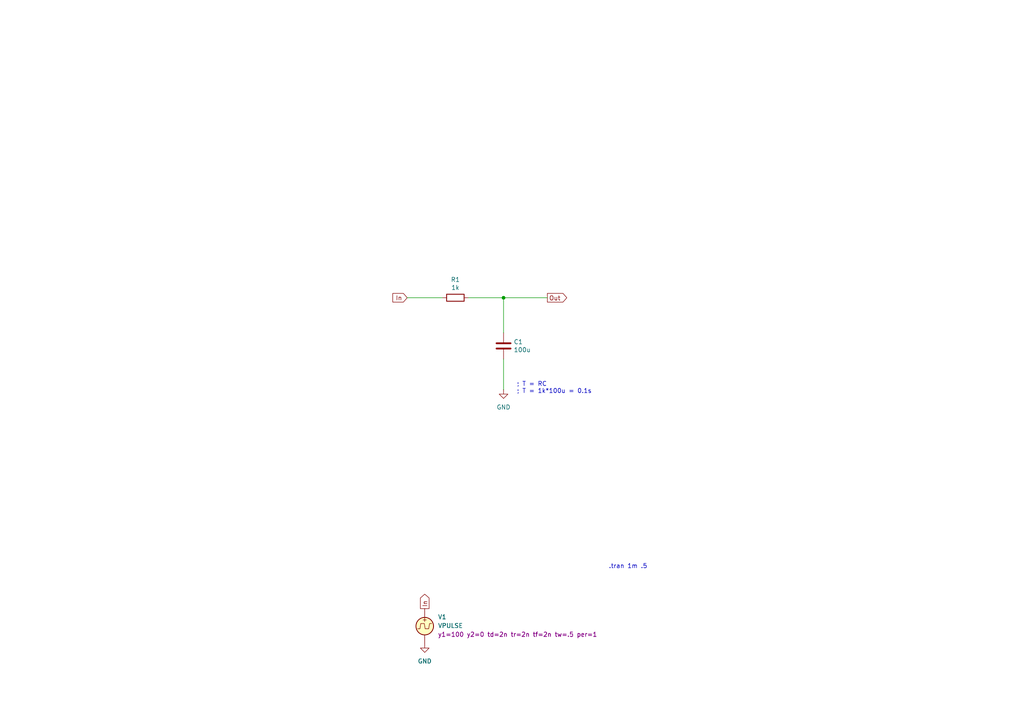
<source format=kicad_sch>
(kicad_sch (version 20231120) (generator "eeschema") (generator_version "8.0")
  (paper "A4")
  (title_block (title "RC Discharge") (date "2024-05-27") (rev "2") (company "GitHub/OJStuff"))
  (lib_symbols
    (symbol "Device:C" (pin_numbers hide) (pin_names (offset 0.254))
      (property "Reference" "C" (at 0.635 2.54 0))
      (property "Value" "C" (at 0.635 -2.54 0))
      (symbol "C_0_1"
        (polyline (pts (xy -2.032 -0.762) (xy 2.032 -0.762)) (stroke (width 0.508)))
        (polyline (pts (xy -2.032 0.762) (xy 2.032 0.762)) (stroke (width 0.508)))
      )
      (symbol "C_1_1"
        (pin passive line (at 0 3.81 270) (length 2.794) (name "~") (number "1"))
        (pin passive line (at 0 -3.81 90) (length 2.794) (name "~") (number "2"))
      )
    )
    (symbol "Device:R" (pin_numbers hide) (pin_names (offset 0))
      (property "Reference" "R" (at 2.032 0 90))
      (property "Value" "R" (at 0 0 90))
      (symbol "R_0_1"
        (rectangle (start -1.016 -2.54) (end 1.016 2.54) (stroke (width 0.254)))
      )
      (symbol "R_1_1"
        (pin passive line (at 0 3.81 270) (length 1.27) (name "~") (number "1"))
        (pin passive line (at 0 -3.81 90) (length 1.27) (name "~") (number "2"))
      )
    )
    (symbol "VPULSE_1" (pin_numbers hide) (pin_names (offset 0.0254))
      (property "Reference" "V" (at 2.54 2.54 0))
      (property "Value" "VPULSE" (at 2.54 0 0))
      (property "Sim.Params" "y1=0 y2=1 td=2n tr=2n tf=2n tw=50n per=100n" (at 2.54 -2.54 0))
      (symbol "VPULSE_1_0_0"
        (polyline (pts (xy -2.032 -0.762) (xy -1.397 -0.762) (xy -1.143 0.762) (xy -0.127 0.762) (xy 0.127 -0.762) (xy 1.143 -0.762) (xy 1.397 0.762) (xy 2.032 0.762)))
        (text "+" (at 0 1.905 0) (effects (font (size 1.27 1.27))))
      )
      (symbol "VPULSE_1_0_1"
        (circle (center 0 0) (radius 2.54) (stroke (width 0.254)) (fill (type background)))
      )
      (symbol "VPULSE_1_1_1"
        (pin passive line (at 0 5.08 270) (length 2.54) (name "~") (number "1"))
        (pin passive line (at 0 -5.08 90) (length 2.54) (name "~") (number "2"))
      )
    )
    (symbol "power:GND" (power) (pin_numbers hide) (pin_names (offset 0) hide)
      (property "Value" "GND" (at 0 -3.81 0))
      (symbol "GND_0_1"
        (polyline (pts (xy 0 0) (xy 0 -1.27) (xy 1.27 -1.27) (xy 0 -2.54) (xy -1.27 -1.27) (xy 0 -1.27)))
      )
      (symbol "GND_1_1"
        (pin power_in line (at 0 0 270) (length 0) (name "~") (number "1"))
      )
    )
  )
  (junction (at 146.05 86.36))
  (wire (pts (xy 146.05 86.36) (xy 158.75 86.36)))
  (wire (pts (xy 146.05 86.36) (xy 146.05 96.52)))
  (wire (pts (xy 135.89 86.36) (xy 146.05 86.36)))
  (wire (pts (xy 118.11 86.36) (xy 128.27 86.36)))
  (wire (pts (xy 146.05 104.14) (xy 146.05 113.03)))
  (text "; T = RC\n; T = 1k*100u = 0.1s" (at 149.86 114.3 0) (effects (font (size 1.27 1.27)) (justify left bottom)))
  (text ".tran 1m .5" (at 176.53 165.1 0) (effects (font (size 1.27 1.27)) (justify left bottom)))
  (global_label "In" (shape output) (at 123.19 176.53 90) (property "Intersheetrefs" "${INTERSHEET_REFS}" (effects (hide yes))))
  (global_label "In" (shape input) (at 118.11 86.36 180) (property "Intersheetrefs" "${INTERSHEET_REFS}" (effects (hide yes))))
  (global_label "Out" (shape output) (at 158.75 86.36 0) (property "Intersheetrefs" "${INTERSHEET_REFS}" (effects (hide yes))))
  (symbol (lib_id "power:GND") (at 123.19 186.69 0) (unit 1)
    (property "Reference" "#PWR02" (effects (hide yes)))
    (property "Value" "GND" (at 123.19 191.77 0))
    (property "Description" "Power symbol creates a global label with name \"GND\" , ground" (effects (hide yes)))
  )
  (symbol (lib_id "Device:R") (at 132.08 86.36 270) (unit 1)
    (property "Reference" "R1" (at 132.08 81.1022 90))
    (property "Value" "1k" (at 132.08 83.4136 90))
  )
  (symbol (lib_id "power:GND") (at 146.05 113.03 0) (unit 1)
    (property "Reference" "#PWR01" (effects (hide yes)))
    (property "Value" "GND" (at 146.05 118.11 0))
    (property "Description" "Power symbol creates a global label with name \"GND\" , ground" (effects (hide yes)))
  )
  (symbol (lib_id "Device:C") (at 146.05 100.33 0) (unit 1)
    (property "Reference" "C1" (at 148.971 99.1616 0) (effects (justify left)))
    (property "Value" "100u" (at 148.971 101.473 0) (effects (justify left)))
  )
  (symbol (lib_name "VPULSE_1") (lib_id "Simulation_SPICE:VPULSE") (at 123.19 181.61 0) (unit 1)
    (property "Reference" "V1" (at 127 178.9401 0) (effects (justify left)))
    (property "Value" "VPULSE" (at 127 181.4801 0) (effects (justify left)))
    (property "Datasheet" "https://ngspice.sourceforge.io/docs/ngspice-html-manual/manual.xhtml#sec_Independent_Sources_for" (effects (hide yes)))
    (property "Description" "Voltage source, pulse" (effects (hide yes)))
    (property "Sim.Pins" "1=+ 2=-" (effects (hide yes)))
    (property "Sim.Type" "PULSE" (effects (hide yes)))
    (property "Sim.Device" "V" (effects (hide yes)))
    (property "Sim.Params" "y1=100 y2=0 td=2n tr=2n tf=2n tw=.5 per=1" (at 127 184.0201 0) (effects (justify left)))
  )
)
</source>
